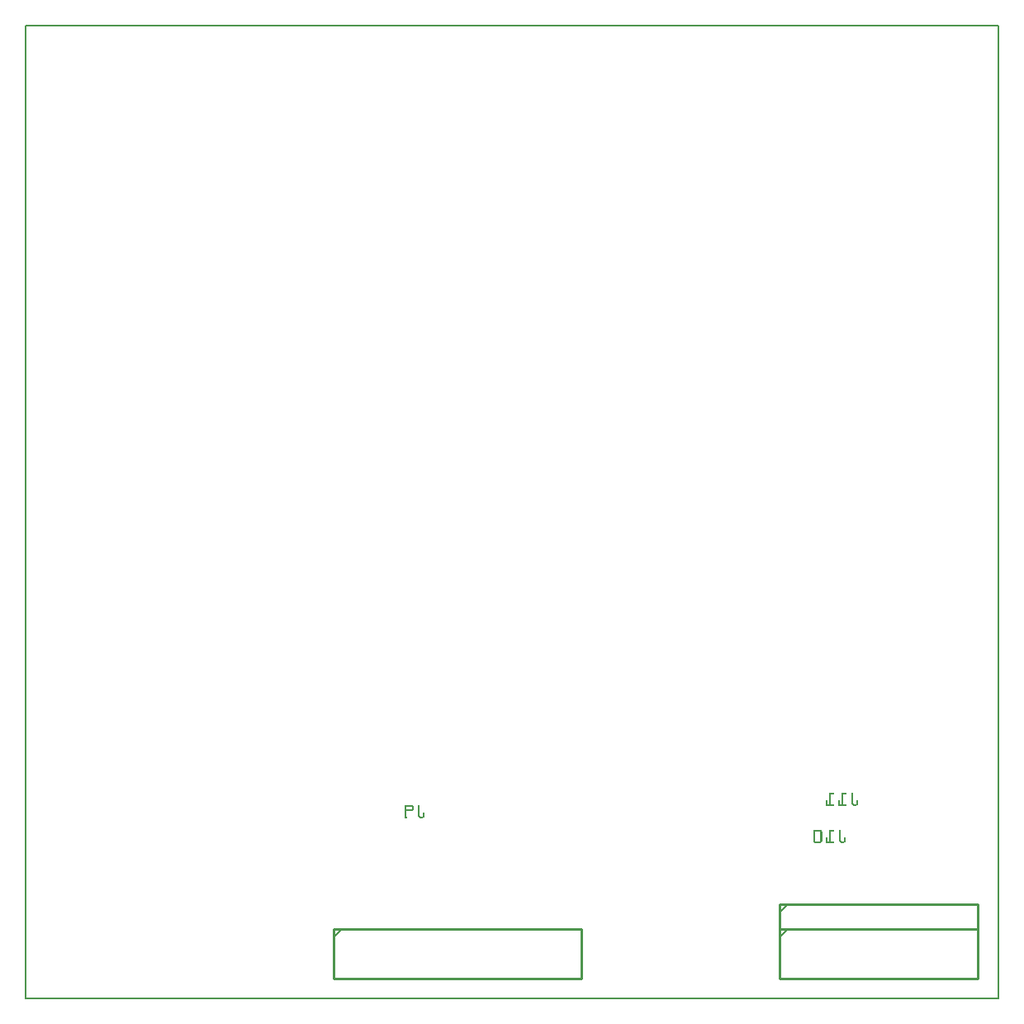
<source format=gbo>
G04 MADE WITH FRITZING*
G04 WWW.FRITZING.ORG*
G04 DOUBLE SIDED*
G04 HOLES PLATED*
G04 CONTOUR ON CENTER OF CONTOUR VECTOR*
%ASAXBY*%
%FSLAX23Y23*%
%MOIN*%
%OFA0B0*%
%SFA1.0B1.0*%
%ADD10R,3.937010X3.937010X3.921010X3.921010*%
%ADD11C,0.008000*%
%ADD12C,0.010000*%
%ADD13C,0.005000*%
%ADD14R,0.001000X0.001000*%
%LNSILK0*%
G90*
G70*
G54D11*
X4Y3933D02*
X3933Y3933D01*
X3933Y4D01*
X4Y4D01*
X4Y3933D01*
D02*
G54D12*
X3048Y286D02*
X3848Y286D01*
D02*
X3848Y286D02*
X3848Y86D01*
D02*
X3848Y86D02*
X3048Y86D01*
D02*
X3048Y86D02*
X3048Y286D01*
G54D13*
D02*
X3083Y286D02*
X3048Y251D01*
G54D12*
D02*
X1248Y286D02*
X2248Y286D01*
D02*
X2248Y286D02*
X2248Y86D01*
D02*
X2248Y86D02*
X1248Y86D01*
D02*
X1248Y86D02*
X1248Y286D01*
G54D13*
D02*
X1283Y286D02*
X1248Y251D01*
G54D12*
D02*
X3048Y386D02*
X3848Y386D01*
D02*
X3848Y386D02*
X3848Y286D01*
D02*
X3848Y286D02*
X3048Y286D01*
D02*
X3048Y286D02*
X3048Y386D01*
G54D13*
D02*
X3083Y386D02*
X3048Y351D01*
G54D14*
X3250Y836D02*
X3268Y836D01*
X3300Y836D02*
X3318Y836D01*
X3341Y836D02*
X3343Y836D01*
X3250Y835D02*
X3269Y835D01*
X3300Y835D02*
X3319Y835D01*
X3340Y835D02*
X3345Y835D01*
X3250Y834D02*
X3269Y834D01*
X3300Y834D02*
X3319Y834D01*
X3340Y834D02*
X3345Y834D01*
X3250Y833D02*
X3269Y833D01*
X3300Y833D02*
X3319Y833D01*
X3339Y833D02*
X3345Y833D01*
X3250Y832D02*
X3269Y832D01*
X3300Y832D02*
X3319Y832D01*
X3339Y832D02*
X3345Y832D01*
X3250Y831D02*
X3269Y831D01*
X3300Y831D02*
X3319Y831D01*
X3339Y831D02*
X3345Y831D01*
X3250Y830D02*
X3268Y830D01*
X3300Y830D02*
X3318Y830D01*
X3339Y830D02*
X3345Y830D01*
X3250Y829D02*
X3256Y829D01*
X3300Y829D02*
X3306Y829D01*
X3339Y829D02*
X3345Y829D01*
X3250Y828D02*
X3256Y828D01*
X3300Y828D02*
X3306Y828D01*
X3339Y828D02*
X3345Y828D01*
X3250Y827D02*
X3256Y827D01*
X3300Y827D02*
X3306Y827D01*
X3339Y827D02*
X3345Y827D01*
X3250Y826D02*
X3256Y826D01*
X3300Y826D02*
X3306Y826D01*
X3339Y826D02*
X3345Y826D01*
X3250Y825D02*
X3256Y825D01*
X3300Y825D02*
X3306Y825D01*
X3339Y825D02*
X3345Y825D01*
X3250Y824D02*
X3256Y824D01*
X3300Y824D02*
X3306Y824D01*
X3339Y824D02*
X3345Y824D01*
X3250Y823D02*
X3256Y823D01*
X3300Y823D02*
X3306Y823D01*
X3339Y823D02*
X3345Y823D01*
X3250Y822D02*
X3256Y822D01*
X3300Y822D02*
X3306Y822D01*
X3339Y822D02*
X3345Y822D01*
X3250Y821D02*
X3256Y821D01*
X3300Y821D02*
X3306Y821D01*
X3339Y821D02*
X3345Y821D01*
X3250Y820D02*
X3256Y820D01*
X3300Y820D02*
X3306Y820D01*
X3339Y820D02*
X3345Y820D01*
X3250Y819D02*
X3256Y819D01*
X3300Y819D02*
X3306Y819D01*
X3339Y819D02*
X3345Y819D01*
X3250Y818D02*
X3256Y818D01*
X3300Y818D02*
X3306Y818D01*
X3339Y818D02*
X3345Y818D01*
X3250Y817D02*
X3256Y817D01*
X3300Y817D02*
X3306Y817D01*
X3339Y817D02*
X3345Y817D01*
X3250Y816D02*
X3256Y816D01*
X3300Y816D02*
X3306Y816D01*
X3339Y816D02*
X3345Y816D01*
X3250Y815D02*
X3256Y815D01*
X3300Y815D02*
X3306Y815D01*
X3339Y815D02*
X3345Y815D01*
X3250Y814D02*
X3256Y814D01*
X3300Y814D02*
X3306Y814D01*
X3339Y814D02*
X3345Y814D01*
X3250Y813D02*
X3256Y813D01*
X3300Y813D02*
X3306Y813D01*
X3339Y813D02*
X3345Y813D01*
X3250Y812D02*
X3256Y812D01*
X3300Y812D02*
X3306Y812D01*
X3339Y812D02*
X3345Y812D01*
X3250Y811D02*
X3256Y811D01*
X3300Y811D02*
X3306Y811D01*
X3339Y811D02*
X3345Y811D01*
X3250Y810D02*
X3256Y810D01*
X3300Y810D02*
X3306Y810D01*
X3339Y810D02*
X3345Y810D01*
X3250Y809D02*
X3256Y809D01*
X3300Y809D02*
X3306Y809D01*
X3339Y809D02*
X3345Y809D01*
X3250Y808D02*
X3256Y808D01*
X3300Y808D02*
X3306Y808D01*
X3339Y808D02*
X3345Y808D01*
X3250Y807D02*
X3256Y807D01*
X3300Y807D02*
X3306Y807D01*
X3339Y807D02*
X3345Y807D01*
X3237Y806D02*
X3241Y806D01*
X3250Y806D02*
X3256Y806D01*
X3287Y806D02*
X3291Y806D01*
X3300Y806D02*
X3306Y806D01*
X3339Y806D02*
X3345Y806D01*
X3361Y806D02*
X3365Y806D01*
X3236Y805D02*
X3242Y805D01*
X3250Y805D02*
X3256Y805D01*
X3286Y805D02*
X3292Y805D01*
X3300Y805D02*
X3306Y805D01*
X3339Y805D02*
X3345Y805D01*
X3360Y805D02*
X3366Y805D01*
X3236Y804D02*
X3242Y804D01*
X3250Y804D02*
X3256Y804D01*
X3286Y804D02*
X3292Y804D01*
X3300Y804D02*
X3306Y804D01*
X3339Y804D02*
X3345Y804D01*
X3360Y804D02*
X3366Y804D01*
X3236Y803D02*
X3242Y803D01*
X3250Y803D02*
X3256Y803D01*
X3286Y803D02*
X3292Y803D01*
X3300Y803D02*
X3306Y803D01*
X3339Y803D02*
X3345Y803D01*
X3360Y803D02*
X3366Y803D01*
X3236Y802D02*
X3242Y802D01*
X3250Y802D02*
X3256Y802D01*
X3286Y802D02*
X3292Y802D01*
X3300Y802D02*
X3306Y802D01*
X3339Y802D02*
X3345Y802D01*
X3360Y802D02*
X3366Y802D01*
X3236Y801D02*
X3242Y801D01*
X3250Y801D02*
X3256Y801D01*
X3286Y801D02*
X3292Y801D01*
X3300Y801D02*
X3306Y801D01*
X3339Y801D02*
X3345Y801D01*
X3360Y801D02*
X3366Y801D01*
X3236Y800D02*
X3242Y800D01*
X3250Y800D02*
X3256Y800D01*
X3286Y800D02*
X3292Y800D01*
X3300Y800D02*
X3306Y800D01*
X3339Y800D02*
X3345Y800D01*
X3360Y800D02*
X3366Y800D01*
X3236Y799D02*
X3242Y799D01*
X3250Y799D02*
X3256Y799D01*
X3286Y799D02*
X3292Y799D01*
X3300Y799D02*
X3306Y799D01*
X3339Y799D02*
X3345Y799D01*
X3360Y799D02*
X3366Y799D01*
X3236Y798D02*
X3242Y798D01*
X3250Y798D02*
X3256Y798D01*
X3286Y798D02*
X3292Y798D01*
X3300Y798D02*
X3306Y798D01*
X3339Y798D02*
X3345Y798D01*
X3360Y798D02*
X3366Y798D01*
X3236Y797D02*
X3242Y797D01*
X3250Y797D02*
X3256Y797D01*
X3286Y797D02*
X3292Y797D01*
X3300Y797D02*
X3306Y797D01*
X3339Y797D02*
X3345Y797D01*
X3360Y797D02*
X3366Y797D01*
X3236Y796D02*
X3242Y796D01*
X3250Y796D02*
X3256Y796D01*
X3286Y796D02*
X3292Y796D01*
X3300Y796D02*
X3306Y796D01*
X3339Y796D02*
X3345Y796D01*
X3360Y796D02*
X3366Y796D01*
X3236Y795D02*
X3242Y795D01*
X3250Y795D02*
X3256Y795D01*
X3286Y795D02*
X3292Y795D01*
X3300Y795D02*
X3306Y795D01*
X3339Y795D02*
X3345Y795D01*
X3360Y795D02*
X3366Y795D01*
X3236Y794D02*
X3242Y794D01*
X3250Y794D02*
X3256Y794D01*
X3286Y794D02*
X3292Y794D01*
X3300Y794D02*
X3306Y794D01*
X3339Y794D02*
X3345Y794D01*
X3360Y794D02*
X3366Y794D01*
X3236Y793D02*
X3242Y793D01*
X3250Y793D02*
X3256Y793D01*
X3286Y793D02*
X3292Y793D01*
X3300Y793D02*
X3306Y793D01*
X3339Y793D02*
X3345Y793D01*
X3360Y793D02*
X3366Y793D01*
X3236Y792D02*
X3242Y792D01*
X3250Y792D02*
X3256Y792D01*
X3286Y792D02*
X3292Y792D01*
X3300Y792D02*
X3306Y792D01*
X3339Y792D02*
X3346Y792D01*
X3360Y792D02*
X3366Y792D01*
X3236Y791D02*
X3242Y791D01*
X3250Y791D02*
X3256Y791D01*
X3286Y791D02*
X3292Y791D01*
X3300Y791D02*
X3306Y791D01*
X3340Y791D02*
X3346Y791D01*
X3360Y791D02*
X3366Y791D01*
X3236Y790D02*
X3242Y790D01*
X3250Y790D02*
X3256Y790D01*
X3286Y790D02*
X3292Y790D01*
X3300Y790D02*
X3306Y790D01*
X3340Y790D02*
X3347Y790D01*
X3359Y790D02*
X3366Y790D01*
X3236Y789D02*
X3267Y789D01*
X3286Y789D02*
X3317Y789D01*
X3340Y789D02*
X3365Y789D01*
X3236Y788D02*
X3269Y788D01*
X3286Y788D02*
X3319Y788D01*
X3341Y788D02*
X3365Y788D01*
X3236Y787D02*
X3269Y787D01*
X3286Y787D02*
X3319Y787D01*
X3341Y787D02*
X3364Y787D01*
X1538Y786D02*
X1568Y786D01*
X1591Y786D02*
X1593Y786D01*
X3236Y786D02*
X3269Y786D01*
X3286Y786D02*
X3319Y786D01*
X3342Y786D02*
X3364Y786D01*
X1537Y785D02*
X1569Y785D01*
X1590Y785D02*
X1595Y785D01*
X3236Y785D02*
X3269Y785D01*
X3286Y785D02*
X3319Y785D01*
X3343Y785D02*
X3363Y785D01*
X1536Y784D02*
X1569Y784D01*
X1590Y784D02*
X1595Y784D01*
X3236Y784D02*
X3269Y784D01*
X3286Y784D02*
X3319Y784D01*
X3344Y784D02*
X3361Y784D01*
X1536Y783D02*
X1569Y783D01*
X1589Y783D02*
X1595Y783D01*
X3237Y783D02*
X3268Y783D01*
X3287Y783D02*
X3318Y783D01*
X3346Y783D02*
X3359Y783D01*
X1536Y782D02*
X1570Y782D01*
X1589Y782D02*
X1595Y782D01*
X1536Y781D02*
X1570Y781D01*
X1589Y781D02*
X1595Y781D01*
X1536Y780D02*
X1570Y780D01*
X1589Y780D02*
X1595Y780D01*
X1536Y779D02*
X1542Y779D01*
X1563Y779D02*
X1570Y779D01*
X1589Y779D02*
X1595Y779D01*
X1536Y778D02*
X1542Y778D01*
X1564Y778D02*
X1570Y778D01*
X1589Y778D02*
X1595Y778D01*
X1536Y777D02*
X1542Y777D01*
X1564Y777D02*
X1570Y777D01*
X1589Y777D02*
X1595Y777D01*
X1536Y776D02*
X1542Y776D01*
X1564Y776D02*
X1570Y776D01*
X1589Y776D02*
X1595Y776D01*
X1536Y775D02*
X1542Y775D01*
X1564Y775D02*
X1570Y775D01*
X1589Y775D02*
X1595Y775D01*
X1536Y774D02*
X1542Y774D01*
X1564Y774D02*
X1570Y774D01*
X1589Y774D02*
X1595Y774D01*
X1536Y773D02*
X1542Y773D01*
X1564Y773D02*
X1570Y773D01*
X1589Y773D02*
X1595Y773D01*
X1536Y772D02*
X1542Y772D01*
X1564Y772D02*
X1570Y772D01*
X1589Y772D02*
X1595Y772D01*
X1536Y771D02*
X1542Y771D01*
X1564Y771D02*
X1570Y771D01*
X1589Y771D02*
X1595Y771D01*
X1536Y770D02*
X1542Y770D01*
X1564Y770D02*
X1570Y770D01*
X1589Y770D02*
X1595Y770D01*
X1536Y769D02*
X1542Y769D01*
X1563Y769D02*
X1570Y769D01*
X1589Y769D02*
X1595Y769D01*
X1536Y768D02*
X1570Y768D01*
X1589Y768D02*
X1595Y768D01*
X1536Y767D02*
X1570Y767D01*
X1589Y767D02*
X1595Y767D01*
X1536Y766D02*
X1570Y766D01*
X1589Y766D02*
X1595Y766D01*
X1536Y765D02*
X1569Y765D01*
X1589Y765D02*
X1595Y765D01*
X1536Y764D02*
X1569Y764D01*
X1589Y764D02*
X1595Y764D01*
X1536Y763D02*
X1569Y763D01*
X1589Y763D02*
X1595Y763D01*
X1536Y762D02*
X1567Y762D01*
X1589Y762D02*
X1595Y762D01*
X1536Y761D02*
X1542Y761D01*
X1589Y761D02*
X1595Y761D01*
X1536Y760D02*
X1542Y760D01*
X1589Y760D02*
X1595Y760D01*
X1536Y759D02*
X1542Y759D01*
X1589Y759D02*
X1595Y759D01*
X1536Y758D02*
X1542Y758D01*
X1589Y758D02*
X1595Y758D01*
X1536Y757D02*
X1542Y757D01*
X1589Y757D02*
X1595Y757D01*
X1536Y756D02*
X1542Y756D01*
X1589Y756D02*
X1595Y756D01*
X1611Y756D02*
X1615Y756D01*
X1536Y755D02*
X1542Y755D01*
X1589Y755D02*
X1595Y755D01*
X1611Y755D02*
X1616Y755D01*
X1536Y754D02*
X1542Y754D01*
X1589Y754D02*
X1595Y754D01*
X1610Y754D02*
X1616Y754D01*
X1536Y753D02*
X1542Y753D01*
X1589Y753D02*
X1595Y753D01*
X1610Y753D02*
X1616Y753D01*
X1536Y752D02*
X1542Y752D01*
X1589Y752D02*
X1595Y752D01*
X1610Y752D02*
X1616Y752D01*
X1536Y751D02*
X1542Y751D01*
X1589Y751D02*
X1595Y751D01*
X1610Y751D02*
X1616Y751D01*
X1536Y750D02*
X1542Y750D01*
X1589Y750D02*
X1595Y750D01*
X1610Y750D02*
X1616Y750D01*
X1536Y749D02*
X1542Y749D01*
X1589Y749D02*
X1595Y749D01*
X1610Y749D02*
X1616Y749D01*
X1536Y748D02*
X1542Y748D01*
X1589Y748D02*
X1595Y748D01*
X1610Y748D02*
X1616Y748D01*
X1536Y747D02*
X1542Y747D01*
X1589Y747D02*
X1595Y747D01*
X1610Y747D02*
X1616Y747D01*
X1536Y746D02*
X1542Y746D01*
X1589Y746D02*
X1595Y746D01*
X1610Y746D02*
X1616Y746D01*
X1536Y745D02*
X1542Y745D01*
X1589Y745D02*
X1595Y745D01*
X1610Y745D02*
X1616Y745D01*
X1536Y744D02*
X1542Y744D01*
X1589Y744D02*
X1595Y744D01*
X1610Y744D02*
X1616Y744D01*
X1536Y743D02*
X1542Y743D01*
X1589Y743D02*
X1595Y743D01*
X1610Y743D02*
X1616Y743D01*
X1536Y742D02*
X1542Y742D01*
X1589Y742D02*
X1596Y742D01*
X1610Y742D02*
X1616Y742D01*
X1536Y741D02*
X1542Y741D01*
X1590Y741D02*
X1596Y741D01*
X1610Y741D02*
X1616Y741D01*
X1536Y740D02*
X1542Y740D01*
X1590Y740D02*
X1597Y740D01*
X1609Y740D02*
X1616Y740D01*
X1536Y739D02*
X1543Y739D01*
X1590Y739D02*
X1615Y739D01*
X1536Y738D02*
X1544Y738D01*
X1591Y738D02*
X1615Y738D01*
X1536Y737D02*
X1545Y737D01*
X1591Y737D02*
X1614Y737D01*
X1536Y736D02*
X1545Y736D01*
X1592Y736D02*
X1614Y736D01*
X1536Y735D02*
X1545Y735D01*
X1593Y735D02*
X1613Y735D01*
X1536Y734D02*
X1545Y734D01*
X1594Y734D02*
X1611Y734D01*
X1537Y733D02*
X1544Y733D01*
X1596Y733D02*
X1609Y733D01*
X3191Y686D02*
X3215Y686D01*
X3250Y686D02*
X3268Y686D01*
X3291Y686D02*
X3293Y686D01*
X3189Y685D02*
X3217Y685D01*
X3250Y685D02*
X3269Y685D01*
X3290Y685D02*
X3295Y685D01*
X3188Y684D02*
X3218Y684D01*
X3250Y684D02*
X3269Y684D01*
X3290Y684D02*
X3295Y684D01*
X3187Y683D02*
X3218Y683D01*
X3250Y683D02*
X3269Y683D01*
X3289Y683D02*
X3295Y683D01*
X3186Y682D02*
X3219Y682D01*
X3250Y682D02*
X3269Y682D01*
X3289Y682D02*
X3295Y682D01*
X3186Y681D02*
X3219Y681D01*
X3250Y681D02*
X3269Y681D01*
X3289Y681D02*
X3295Y681D01*
X3186Y680D02*
X3219Y680D01*
X3250Y680D02*
X3268Y680D01*
X3289Y680D02*
X3295Y680D01*
X3186Y679D02*
X3192Y679D01*
X3213Y679D02*
X3219Y679D01*
X3250Y679D02*
X3256Y679D01*
X3289Y679D02*
X3295Y679D01*
X3186Y678D02*
X3192Y678D01*
X3213Y678D02*
X3220Y678D01*
X3250Y678D02*
X3256Y678D01*
X3289Y678D02*
X3295Y678D01*
X3186Y677D02*
X3192Y677D01*
X3213Y677D02*
X3220Y677D01*
X3250Y677D02*
X3256Y677D01*
X3289Y677D02*
X3295Y677D01*
X3186Y676D02*
X3192Y676D01*
X3213Y676D02*
X3220Y676D01*
X3250Y676D02*
X3256Y676D01*
X3289Y676D02*
X3295Y676D01*
X3186Y675D02*
X3192Y675D01*
X3213Y675D02*
X3220Y675D01*
X3250Y675D02*
X3256Y675D01*
X3289Y675D02*
X3295Y675D01*
X3186Y674D02*
X3192Y674D01*
X3213Y674D02*
X3220Y674D01*
X3250Y674D02*
X3256Y674D01*
X3289Y674D02*
X3295Y674D01*
X3186Y673D02*
X3192Y673D01*
X3213Y673D02*
X3220Y673D01*
X3250Y673D02*
X3256Y673D01*
X3289Y673D02*
X3295Y673D01*
X3186Y672D02*
X3192Y672D01*
X3213Y672D02*
X3220Y672D01*
X3250Y672D02*
X3256Y672D01*
X3289Y672D02*
X3295Y672D01*
X3186Y671D02*
X3192Y671D01*
X3213Y671D02*
X3220Y671D01*
X3250Y671D02*
X3256Y671D01*
X3289Y671D02*
X3295Y671D01*
X3186Y670D02*
X3192Y670D01*
X3213Y670D02*
X3220Y670D01*
X3250Y670D02*
X3256Y670D01*
X3289Y670D02*
X3295Y670D01*
X3186Y669D02*
X3192Y669D01*
X3213Y669D02*
X3220Y669D01*
X3250Y669D02*
X3256Y669D01*
X3289Y669D02*
X3295Y669D01*
X3186Y668D02*
X3192Y668D01*
X3213Y668D02*
X3220Y668D01*
X3250Y668D02*
X3256Y668D01*
X3289Y668D02*
X3295Y668D01*
X3186Y667D02*
X3192Y667D01*
X3213Y667D02*
X3220Y667D01*
X3250Y667D02*
X3256Y667D01*
X3289Y667D02*
X3295Y667D01*
X3186Y666D02*
X3192Y666D01*
X3213Y666D02*
X3220Y666D01*
X3250Y666D02*
X3256Y666D01*
X3289Y666D02*
X3295Y666D01*
X3186Y665D02*
X3192Y665D01*
X3213Y665D02*
X3220Y665D01*
X3250Y665D02*
X3256Y665D01*
X3289Y665D02*
X3295Y665D01*
X3186Y664D02*
X3192Y664D01*
X3213Y664D02*
X3220Y664D01*
X3250Y664D02*
X3256Y664D01*
X3289Y664D02*
X3295Y664D01*
X3186Y663D02*
X3192Y663D01*
X3213Y663D02*
X3220Y663D01*
X3250Y663D02*
X3256Y663D01*
X3289Y663D02*
X3295Y663D01*
X3186Y662D02*
X3192Y662D01*
X3213Y662D02*
X3220Y662D01*
X3250Y662D02*
X3256Y662D01*
X3289Y662D02*
X3295Y662D01*
X3186Y661D02*
X3192Y661D01*
X3213Y661D02*
X3220Y661D01*
X3250Y661D02*
X3256Y661D01*
X3289Y661D02*
X3295Y661D01*
X3186Y660D02*
X3192Y660D01*
X3213Y660D02*
X3220Y660D01*
X3250Y660D02*
X3256Y660D01*
X3289Y660D02*
X3295Y660D01*
X3186Y659D02*
X3192Y659D01*
X3213Y659D02*
X3220Y659D01*
X3250Y659D02*
X3256Y659D01*
X3289Y659D02*
X3295Y659D01*
X3186Y658D02*
X3192Y658D01*
X3213Y658D02*
X3220Y658D01*
X3250Y658D02*
X3256Y658D01*
X3289Y658D02*
X3295Y658D01*
X3186Y657D02*
X3192Y657D01*
X3213Y657D02*
X3220Y657D01*
X3250Y657D02*
X3256Y657D01*
X3289Y657D02*
X3295Y657D01*
X3186Y656D02*
X3192Y656D01*
X3213Y656D02*
X3220Y656D01*
X3237Y656D02*
X3241Y656D01*
X3250Y656D02*
X3256Y656D01*
X3289Y656D02*
X3295Y656D01*
X3311Y656D02*
X3315Y656D01*
X3186Y655D02*
X3192Y655D01*
X3213Y655D02*
X3220Y655D01*
X3236Y655D02*
X3242Y655D01*
X3250Y655D02*
X3256Y655D01*
X3289Y655D02*
X3295Y655D01*
X3310Y655D02*
X3316Y655D01*
X3186Y654D02*
X3192Y654D01*
X3213Y654D02*
X3220Y654D01*
X3236Y654D02*
X3242Y654D01*
X3250Y654D02*
X3256Y654D01*
X3289Y654D02*
X3295Y654D01*
X3310Y654D02*
X3316Y654D01*
X3186Y653D02*
X3192Y653D01*
X3213Y653D02*
X3220Y653D01*
X3236Y653D02*
X3242Y653D01*
X3250Y653D02*
X3256Y653D01*
X3289Y653D02*
X3295Y653D01*
X3310Y653D02*
X3316Y653D01*
X3186Y652D02*
X3192Y652D01*
X3213Y652D02*
X3220Y652D01*
X3236Y652D02*
X3242Y652D01*
X3250Y652D02*
X3256Y652D01*
X3289Y652D02*
X3295Y652D01*
X3310Y652D02*
X3316Y652D01*
X3186Y651D02*
X3192Y651D01*
X3213Y651D02*
X3220Y651D01*
X3236Y651D02*
X3242Y651D01*
X3250Y651D02*
X3256Y651D01*
X3289Y651D02*
X3295Y651D01*
X3310Y651D02*
X3316Y651D01*
X3186Y650D02*
X3192Y650D01*
X3213Y650D02*
X3220Y650D01*
X3236Y650D02*
X3242Y650D01*
X3250Y650D02*
X3256Y650D01*
X3289Y650D02*
X3295Y650D01*
X3310Y650D02*
X3316Y650D01*
X3186Y649D02*
X3192Y649D01*
X3213Y649D02*
X3220Y649D01*
X3236Y649D02*
X3242Y649D01*
X3250Y649D02*
X3256Y649D01*
X3289Y649D02*
X3295Y649D01*
X3310Y649D02*
X3316Y649D01*
X3186Y648D02*
X3192Y648D01*
X3213Y648D02*
X3220Y648D01*
X3236Y648D02*
X3242Y648D01*
X3250Y648D02*
X3256Y648D01*
X3289Y648D02*
X3295Y648D01*
X3310Y648D02*
X3316Y648D01*
X3186Y647D02*
X3192Y647D01*
X3213Y647D02*
X3220Y647D01*
X3236Y647D02*
X3242Y647D01*
X3250Y647D02*
X3256Y647D01*
X3289Y647D02*
X3295Y647D01*
X3310Y647D02*
X3316Y647D01*
X3186Y646D02*
X3192Y646D01*
X3213Y646D02*
X3220Y646D01*
X3236Y646D02*
X3242Y646D01*
X3250Y646D02*
X3256Y646D01*
X3289Y646D02*
X3295Y646D01*
X3310Y646D02*
X3316Y646D01*
X3186Y645D02*
X3192Y645D01*
X3213Y645D02*
X3220Y645D01*
X3236Y645D02*
X3242Y645D01*
X3250Y645D02*
X3256Y645D01*
X3289Y645D02*
X3295Y645D01*
X3310Y645D02*
X3316Y645D01*
X3186Y644D02*
X3192Y644D01*
X3213Y644D02*
X3220Y644D01*
X3236Y644D02*
X3242Y644D01*
X3250Y644D02*
X3256Y644D01*
X3289Y644D02*
X3295Y644D01*
X3310Y644D02*
X3316Y644D01*
X3186Y643D02*
X3192Y643D01*
X3213Y643D02*
X3220Y643D01*
X3236Y643D02*
X3242Y643D01*
X3250Y643D02*
X3256Y643D01*
X3289Y643D02*
X3295Y643D01*
X3310Y643D02*
X3316Y643D01*
X3186Y642D02*
X3192Y642D01*
X3213Y642D02*
X3220Y642D01*
X3236Y642D02*
X3242Y642D01*
X3250Y642D02*
X3256Y642D01*
X3289Y642D02*
X3296Y642D01*
X3310Y642D02*
X3316Y642D01*
X3186Y641D02*
X3192Y641D01*
X3213Y641D02*
X3220Y641D01*
X3236Y641D02*
X3242Y641D01*
X3250Y641D02*
X3256Y641D01*
X3290Y641D02*
X3296Y641D01*
X3310Y641D02*
X3316Y641D01*
X3186Y640D02*
X3192Y640D01*
X3213Y640D02*
X3220Y640D01*
X3236Y640D02*
X3242Y640D01*
X3250Y640D02*
X3256Y640D01*
X3290Y640D02*
X3297Y640D01*
X3309Y640D02*
X3316Y640D01*
X3186Y639D02*
X3219Y639D01*
X3236Y639D02*
X3267Y639D01*
X3290Y639D02*
X3315Y639D01*
X3186Y638D02*
X3219Y638D01*
X3236Y638D02*
X3269Y638D01*
X3291Y638D02*
X3315Y638D01*
X3186Y637D02*
X3219Y637D01*
X3236Y637D02*
X3269Y637D01*
X3291Y637D02*
X3314Y637D01*
X3187Y636D02*
X3219Y636D01*
X3236Y636D02*
X3269Y636D01*
X3292Y636D02*
X3314Y636D01*
X3187Y635D02*
X3218Y635D01*
X3236Y635D02*
X3269Y635D01*
X3293Y635D02*
X3313Y635D01*
X3188Y634D02*
X3217Y634D01*
X3236Y634D02*
X3269Y634D01*
X3294Y634D02*
X3311Y634D01*
X3190Y633D02*
X3216Y633D01*
X3237Y633D02*
X3268Y633D01*
X3296Y633D02*
X3309Y633D01*
D02*
G04 End of Silk0*
M02*
</source>
